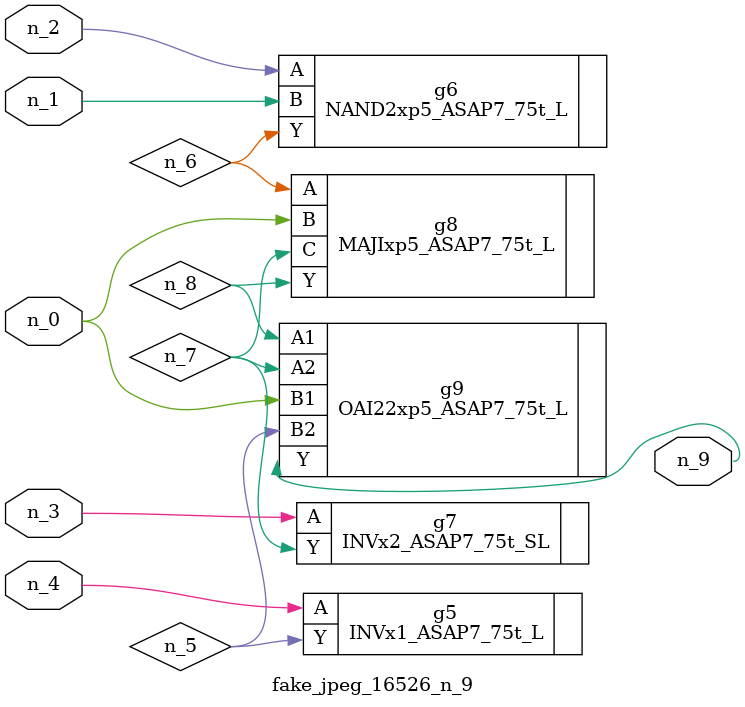
<source format=v>
module fake_jpeg_16526_n_9 (n_3, n_2, n_1, n_0, n_4, n_9);

input n_3;
input n_2;
input n_1;
input n_0;
input n_4;

output n_9;

wire n_8;
wire n_6;
wire n_5;
wire n_7;

INVx1_ASAP7_75t_L g5 ( 
.A(n_4),
.Y(n_5)
);

NAND2xp5_ASAP7_75t_L g6 ( 
.A(n_2),
.B(n_1),
.Y(n_6)
);

INVx2_ASAP7_75t_SL g7 ( 
.A(n_3),
.Y(n_7)
);

MAJIxp5_ASAP7_75t_L g8 ( 
.A(n_6),
.B(n_0),
.C(n_7),
.Y(n_8)
);

OAI22xp5_ASAP7_75t_L g9 ( 
.A1(n_8),
.A2(n_7),
.B1(n_0),
.B2(n_5),
.Y(n_9)
);


endmodule
</source>
